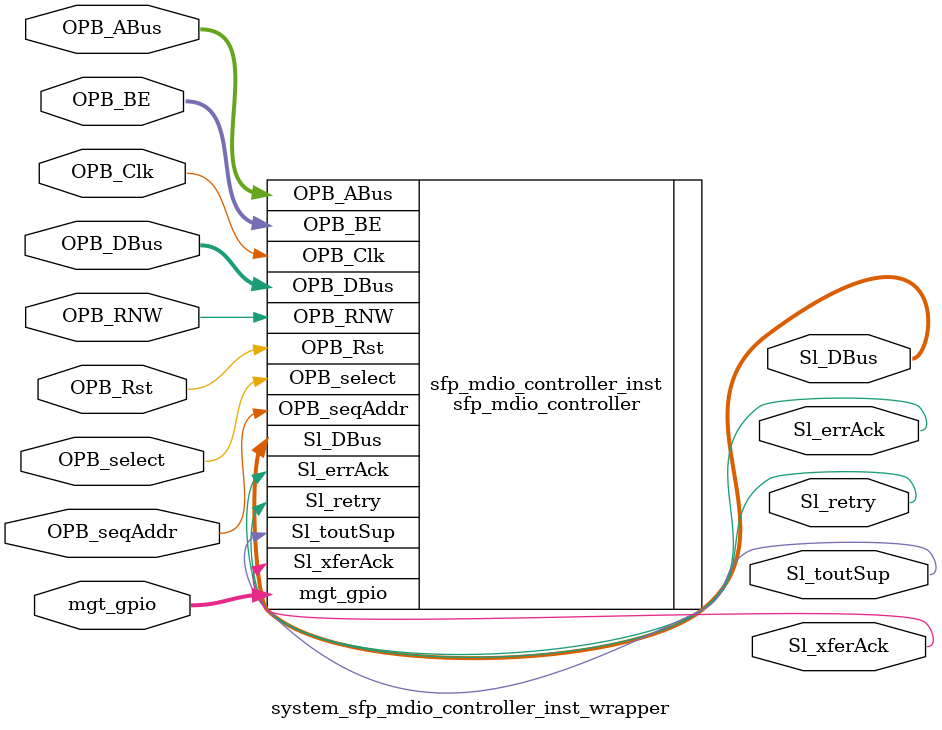
<source format=v>

module system_sfp_mdio_controller_inst_wrapper
  (
    OPB_Clk,
    OPB_Rst,
    Sl_DBus,
    Sl_errAck,
    Sl_retry,
    Sl_toutSup,
    Sl_xferAck,
    OPB_ABus,
    OPB_BE,
    OPB_DBus,
    OPB_RNW,
    OPB_select,
    OPB_seqAddr,
    mgt_gpio
  );
  input OPB_Clk;
  input OPB_Rst;
  output [0:31] Sl_DBus;
  output Sl_errAck;
  output Sl_retry;
  output Sl_toutSup;
  output Sl_xferAck;
  input [0:31] OPB_ABus;
  input [0:3] OPB_BE;
  input [0:31] OPB_DBus;
  input OPB_RNW;
  input OPB_select;
  input OPB_seqAddr;
  inout [11:0] mgt_gpio;

  sfp_mdio_controller
    #(
      .C_BASEADDR ( 32'h00060000 ),
      .C_HIGHADDR ( 32'h0006FFFF ),
      .C_OPB_AWIDTH ( 32 ),
      .C_OPB_DWIDTH ( 32 )
    )
    sfp_mdio_controller_inst (
      .OPB_Clk ( OPB_Clk ),
      .OPB_Rst ( OPB_Rst ),
      .Sl_DBus ( Sl_DBus ),
      .Sl_errAck ( Sl_errAck ),
      .Sl_retry ( Sl_retry ),
      .Sl_toutSup ( Sl_toutSup ),
      .Sl_xferAck ( Sl_xferAck ),
      .OPB_ABus ( OPB_ABus ),
      .OPB_BE ( OPB_BE ),
      .OPB_DBus ( OPB_DBus ),
      .OPB_RNW ( OPB_RNW ),
      .OPB_select ( OPB_select ),
      .OPB_seqAddr ( OPB_seqAddr ),
      .mgt_gpio ( mgt_gpio )
    );

endmodule


</source>
